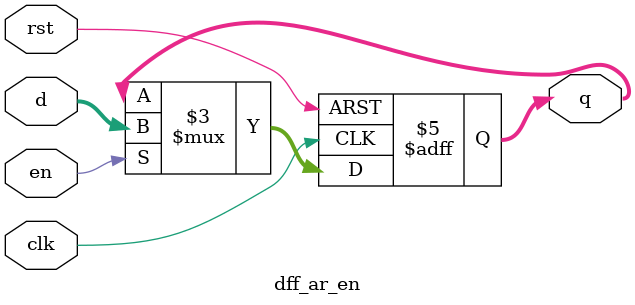
<source format=v>
module dff_ar_en #(
    parameter nr_bits = 5
  )
  (
    input [nr_bits-1:0] d,
    input clk,
    input rst,
    input en,
    output reg [nr_bits-1:0] q);
    
always @(posedge clk, negedge rst) begin
   if (!rst)
        q <= {nr_bits{1'b0}};
    else if(en)
        q <= d;
end
endmodule
</source>
